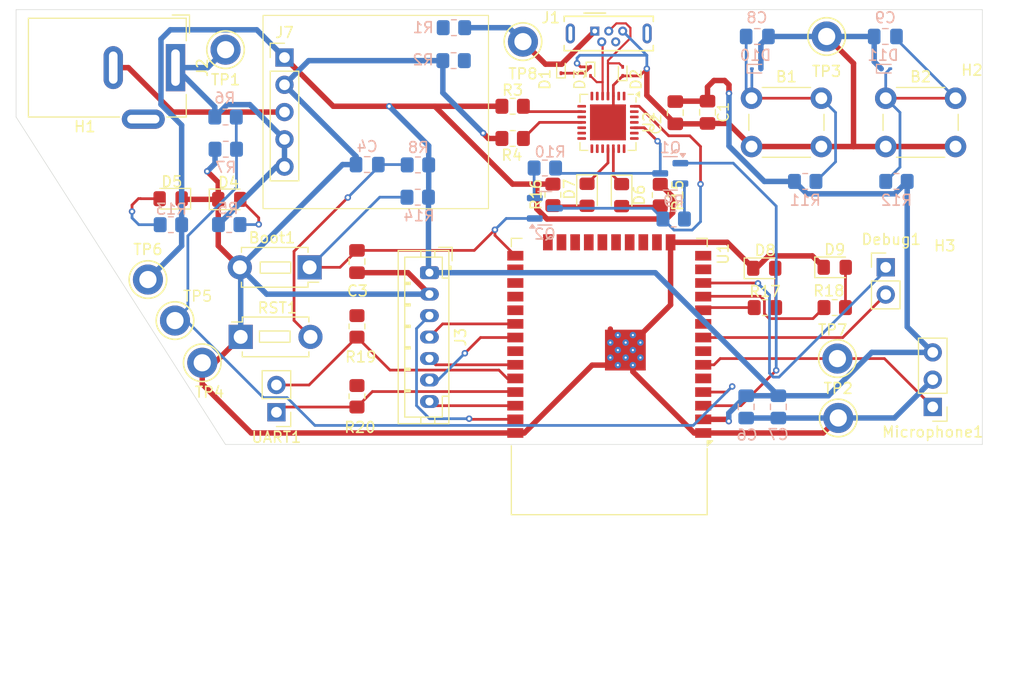
<source format=kicad_pcb>
(kicad_pcb (version 20240108) (generator "pcbnew") (generator_version "8.0")
  (layers (0 "F.Cu" signal) (31 "B.Cu" signal) (34 "B.Paste" user) (35 "F.Paste" user) (36 "B.SilkS" user "B.Silkscreen") (37 "F.SilkS" user "F.Silkscreen") (38 "B.Mask" user) (39 "F.Mask" user) (44 "Edge.Cuts" user))
  (net 0 "")
  (net 1 "+3.3V")
  (net 2 "GND")
  (net 3 "/IO0")
  (net 4 "/EN")
  (net 5 "/Button1")
  (net 6 "/Button2")
  (net 7 "V_BUS")
  (net 8 "/USB_DP")
  (net 9 "/USB_DN")
  (net 10 "Net-(D4-A)")
  (net 11 "Net-(D5-A)")
  (net 12 "Net-(D6-A)")
  (net 13 "/TXT")
  (net 14 "Net-(D7-A)")
  (net 15 "/RXT")
  (net 16 "Net-(D8-A)")
  (net 17 "Net-(D9-A)")
  (net 21 "Gnd_Bat")
  (net 22 "Vbat")
  (net 23 "/O_CLK")
  (net 24 "/O_DC")
  (net 25 "/O_RST")
  (net 26 "/O_DIN")
  (net 27 "/O_CS")
  (net 28 "/Mic_In")
  (net 29 "/TX")
  (net 30 "/RX")
  (net 31 "/Debug_4")
  (net 32 "/Debug_3")
  (net 33 "Net-(Q1-B)")
  (net 34 "/RTS")
  (net 35 "/DTR")
  (net 36 "Net-(Q2-B)")
  (net 37 "Net-(U2-VBUS)")
  (net 38 "Net-(U2-~{RST})")
  (net 39 "Net-(U2-~{SUSPEND})")
  (net 40 "BAT_ADC")
  (net 41 "/Debug_1")
  (net 42 "/Debug_2")
  (net 43 "Net-(U2-TXD)")
  (net 44 "Net-(U2-RXD)")
  (footprint "Resistor_SMD:R_0805_2012Metric_Pad1.20x1.40mm_HandSolder" (layer "F.Cu") (at 169.75 77.75)
    (property "Reference" "R17")
    (property "Value" "220")
  )
  (footprint "LED_SMD:LED_0805_2012Metric_Pad1.15x1.40mm_HandSolder" (layer "F.Cu") (at 114.395 67.61 180)
    (property "Reference" "D5")
    (property "Value" "Power LED")
  )
  (footprint "Diode_SMD:D_SOD-923" (layer "F.Cu") (at 156.5 55.75 90)
    (property "Reference" "D2")
    (property "Value" "ESD9B5.0ST5G")
  )
  (footprint "Connector_PinHeader_2.54mm:PinHeader_1x05_P2.54mm_Vertical" (layer "F.Cu") (at 125 54.46)
    (property "Reference" "J7")
    (property "Value" "D30V30F3")
  )
  (footprint "Button_Switch_THT:SW_PUSH_1P1T_6x3.5mm_H4.3_APEM_MJTP1243" (layer "F.Cu") (at 127.34 74 180)
    (property "Reference" "Boot1")
    (property "Value" "Boot Button")
  )
  (footprint "RF_Module:ESP32-WROOM-32D" (layer "F.Cu") (at 155.25 81.18 180)
    (property "Reference" "U1")
    (property "Value" "ESP32-WROOM-32E")
  )
  (footprint "LED_SMD:LED_0805_2012Metric_Pad1.15x1.40mm_HandSolder" (layer "F.Cu") (at 169.6825 74.09)
    (property "Reference" "D8")
    (property "Value" "RX_LED")
  )
  (footprint "Button_Switch_THT:SW_PUSH_6mm_H13mm" (layer "F.Cu") (at 181 58.25)
    (property "Reference" "B2")
    (property "Value" "Button 2")
  )
  (footprint "Package_DFN_QFN:QFN-28-1EP_5x5mm_P0.5mm_EP3.35x3.35mm" (layer "F.Cu") (at 155.13 60.5 -90)
    (property "Reference" "U2")
    (property "Value" "CP2102N-Axx-xQFN28")
  )
  (footprint "Resistor_SMD:R_0805_2012Metric_Pad1.20x1.40mm_HandSolder" (layer "F.Cu") (at 146.25 62)
    (property "Reference" "R4")
    (property "Value" "10k")
  )
  (footprint "Diode_SMD:D_SOD-923" (layer "F.Cu") (at 150.75 55.5 90)
    (property "Reference" "D1")
    (property "Value" "ESD9B5.0ST5G")
  )
  (footprint "Connector_BarrelJack:BarrelJack_Wuerth_6941xx301002" (layer "F.Cu") (at 114.85 55.4 -90)
    (property "Reference" "J2")
    (property "Value" "Barrel_Jack")
  )
  (footprint "Connector_PinHeader_2.54mm:PinHeader_1x03_P2.54mm_Vertical" (layer "F.Cu") (at 185.38 87.005 180)
    (property "Reference" "Microphone1")
    (property "Value" "Microphone Connector")
  )
  (footprint "Connector_PinHeader_2.54mm:PinHeader_1x02_P2.54mm_Vertical" (layer "F.Cu") (at 124.25 87.5 180)
    (property "Reference" "UART1")
    (property "Value" "UART_Conn")
  )
  (footprint "TestPoint:TestPoint_Keystone_5010-5014_Multipurpose" (layer "F.Cu") (at 117.34 82.89)
    (property "Reference" "TP4")
    (property "Value" "GND 3")
  )
  (footprint "LED_SMD:LED_0805_2012Metric_Pad1.15x1.40mm_HandSolder" (layer "F.Cu") (at 119.855 67.67)
    (property "Reference" "D4")
    (property "Value" "Battery LED")
  )
  (footprint "TestPoint:TestPoint_Keystone_5010-5014_Multipurpose" (layer "F.Cu") (at 176.5 82.5)
    (property "Reference" "TP7")
    (property "Value" "Mic")
  )
  (footprint "Resistor_SMD:R_0805_2012Metric_Pad1.20x1.40mm_HandSolder" (layer "F.Cu") (at 146.25 59 180)
    (property "Reference" "R3")
    (property "Value" "2k")
  )
  (footprint "Capacitor_SMD:C_0805_2012Metric_Pad1.18x1.45mm_HandSolder" (layer "F.Cu") (at 131.75 73.4625 90)
    (property "Reference" "C3")
    (property "Value" "0.1uF")
  )
  (footprint "TestPoint:TestPoint_Keystone_5010-5014_Multipurpose" (layer "F.Cu") (at 119.51 53.73)
    (property "Reference" "TP1")
    (property "Value" "Bat TestPoint")
  )
  (footprint "Connector_PinHeader_2.54mm:PinHeader_1x02_P2.54mm_Vertical" (layer "F.Cu") (at 181 74)
    (property "Reference" "Debug1")
    (property "Value" "Debug Conn")
  )
  (footprint "Capacitor_SMD:C_0805_2012Metric_Pad1.18x1.45mm_HandSolder" (layer "F.Cu") (at 161.4 59.6 -90)
    (property "Reference" "C2")
    (property "Value" "0.1uF")
  )
  (footprint "MountingHole:MountingHole_2.5mm" (layer "F.Cu") (at 186.5 53)
    (property "Reference" "H2")
    (property "Value" "MountingHole")
  )
  (footprint "Button_Switch_THT:SW_PUSH_6mm_H13mm" (layer "F.Cu") (at 168.5 58.25)
    (property "Reference" "B1")
    (property "Value" "Button 1")
  )
  (footprint "TestPoint:TestPoint_Keystone_5010-5014_Multipurpose" (layer "F.Cu") (at 147.21 52.98)
    (property "Reference" "TP8")
    (property "Value" "VUSB")
  )
  (footprint "Connector_JST:JST_PH_B7B-PH-K_1x07_P2.00mm_Vertical" (layer "F.Cu") (at 138.5 74.5 -90)
    (property "Reference" "J3")
    (property "Value" "OLED JST PH 7pin")
  )
  (footprint "Resistor_SMD:R_0805_2012Metric_Pad1.20x1.40mm_HandSolder" (layer "F.Cu") (at 160 67.27 -90)
    (property "Reference" "R15")
    (property "Value" "220")
  )
  (footprint "Button_Switch_THT:SW_PUSH_1P1T_6x3.5mm_H4.3_APEM_MJTP1243" (layer "F.Cu") (at 120.92 80.48)
    (property "Reference" "RST1")
    (property "Value" "RST Button")
  )
  (footprint "LED_SMD:LED_0805_2012Metric_Pad1.15x1.40mm_HandSolder" (layer "F.Cu") (at 153.18 67.245 -90)
    (property "Reference" "D7")
    (property "Value" "RX_LED")
  )
  (footprint "LED_SMD:LED_0805_2012Metric_Pad1.15x1.40mm_HandSolder" (layer "F.Cu") (at 176.25 74)
    (property "Reference" "D9")
    (property "Value" "RX_LED")
  )
  (footprint "TestPoint:TestPoint_Keystone_5010-5014_Multipurpose" (layer "F.Cu") (at 176.58 88.03)
    (property "Reference" "TP2")
    (property "Value" "GND 1")
  )
  (footprint "Resistor_SMD:R_0805_2012Metric_Pad1.20x1.40mm_HandSolder" (layer "F.Cu") (at 131.75 79.5 90)
    (property "Reference" "R19")
    (property "Value" "0")
  )
  (footprint "Resistor_SMD:R_0805_2012Metric_Pad1.20x1.40mm_HandSolder" (layer "F.Cu") (at 150 67.25 -90)
    (property "Reference" "R16")
    (property "Value" "220")
  )
  (footprint "Diode_SMD:D_SOD-923" (layer "F.Cu") (at 153.5 55.75 -90)
    (property "Reference" "D3")
    (property "Value" "ESD9B5.0ST5G")
  )
  (footprint "TestPoint:TestPoint_Keystone_5010-5014_Multipurpose" (layer "F.Cu") (at 114.8 78.96)
    (property "Reference" "TP5")
    (property "Value" "ADC")
  )
  (footprint "LED_SMD:LED_0805_2012Metric_Pad1.15x1.40mm_HandSolder" (layer "F.Cu") (at 156.4 67.275 -90)
    (property "Reference" "D6")
    (property "Value" "TX_LED")
  )
  (footprint "Resistor_SMD:R_0805_2012Metric_Pad1.20x1.40mm_HandSolder" (layer "F.Cu") (at 131.75 86.0125 90)
    (property "Reference" "R20")
    (property "Value" "0")
  )
  (footprint "Capacitor_SMD:C_0805_2012Metric_Pad1.18x1.45mm_HandSolder" (layer "F.Cu") (at 164.4 59.5625 -90)
    (property "Reference" "C1")
    (property "Value" "10uF")
  )
  (footprint "TestPoint:TestPoint_Keystone_5010-5014_Multipurpose" (layer "F.Cu") (at 175.5 52.5)
    (property "Reference" "TP3")
    (property "Value" "GND 2")
  )
  (footprint "Resistor_SMD:R_0805_2012Metric_Pad1.20x1.40mm_HandSolder" (layer "F.Cu") (at 176.25 77.75)
    (property "Reference" "R18")
    (property "Value" "220")
  )
  (footprint "MountingHole:MountingHole_2.5mm" (layer "F.Cu") (at 186.5 75.5)
    (property "Reference" "H3")
    (property "Value" "MountingHole")
  )
  (footprint "MountingHole:MountingHole_2.5mm" (layer "F.Cu") (at 106.4 64.4)
    (property "Reference" "H1")
    (property "Value" "MountingHole")
  )
  (footprint "Connector_USB:USB_Micro-B_Wuerth_614105150721_Vertical" (layer "F.Cu") (at 153.9 52)
    (property "Reference" "J1")
    (property "Value" "USB_B_Micro")
  )
  (footprint "TestPoint:TestPoint_Keystone_5010-5014_Multipurpose" (layer "F.Cu") (at 112.28 75.14)
    (property "Reference" "TP6")
    (property "Value" "Power")
  )
  (footprint "Package_TO_SOT_SMD:SOT-23" (layer "B.Cu") (at 160.9375 65.25 180)
    (property "Reference" "Q1")
    (property "Value" "SS8050-G")
  )
  (footprint "Capacitor_SMD:C_0805_2012Metric_Pad1.18x1.45mm_HandSolder" (layer "B.Cu") (at 171 87 -90)
    (property "Reference" "C7")
    (property "Value" "22uF")
  )
  (footprint "Package_TO_SOT_SMD:SOT-23" (layer "B.Cu") (at 149.25 68.5)
    (property "Reference" "Q2")
    (property "Value" "SS8050-G")
  )
  (footprint "Resistor_SMD:R_0805_2012Metric_Pad1.20x1.40mm_HandSolder" (layer "B.Cu") (at 119.53 63 180)
    (property "Reference" "R7")
    (property "Value" "3M")
  )
  (footprint "Diode_SMD:D_SOD-923" (layer "B.Cu") (at 181 55.5)
    (property "Reference" "D11")
    (property "Value" "ESD9B5.0ST5G")
  )
  (footprint "Resistor_SMD:R_0805_2012Metric_Pad1.20x1.40mm_HandSolder" (layer "B.Cu") (at 137.43 64.46)
    (property "Reference" "R8")
    (property "Value" "10k")
  )
  (footprint "Capacitor_SMD:C_0805_2012Metric_Pad1.18x1.45mm_HandSolder" (layer "B.Cu") (at 180.9625 52.5 180)
    (property "Reference" "C9")
    (property "Value" "0.1uF")
  )
  (footprint "Capacitor_SMD:C_0805_2012Metric_Pad1.18x1.45mm_HandSolder" (layer "B.Cu") (at 169.0375 52.5)
    (property "Reference" "C8")
    (property "Value" "0.1uF")
  )
  (footprint "Resistor_SMD:R_0805_2012Metric_Pad1.20x1.40mm_HandSolder" (layer "B.Cu") (at 161.25 69.5 180)
    (property "Reference" "R9")
    (property "Value" "10k")
  )
  (footprint "Resistor_SMD:R_0805_2012Metric_Pad1.20x1.40mm_HandSolder" (layer "B.Cu") (at 140.78 51.68)
    (property "Reference" "R1")
    (property "Value" "22.1K")
  )
  (footprint "Resistor_SMD:R_0805_2012Metric_Pad1.20x1.40mm_HandSolder" (layer "B.Cu") (at 149.25 64.75)
    (property "Reference" "R10")
    (property "Value" "10k")
  )
  (footprint "Resistor_SMD:R_0805_2012Metric_Pad1.20x1.40mm_HandSolder" (layer "B.Cu") (at 137.41 67.47)
    (property "Reference" "R14")
    (property "Value" "10k")
  )
  (footprint "Resistor_SMD:R_0805_2012Metric_Pad1.20x1.40mm_HandSolder" (layer "B.Cu") (at 119.85 70.02)
    (property "Reference" "R5")
    (property "Value" "2k")
  )
  (footprint "Resistor_SMD:R_0805_2012Metric_Pad1.20x1.40mm_HandSolder" (layer "B.Cu") (at 119.51 60)
    (property "Reference" "R6")
    (property "Value" "6M")
  )
  (footprint "Resistor_SMD:R_0805_2012Metric_Pad1.20x1.40mm_HandSolder" (layer "B.Cu") (at 173.5 66)
    (property "Reference" "R11")
    (property "Value" "10k")
  )
  (footprint "Resistor_SMD:R_0805_2012Metric_Pad1.20x1.40mm_HandSolder" (layer "B.Cu") (at 140.75 54.75 180)
    (property "Reference" "R2")
    (property "Value" "47.5k")
  )
  (footprint "Capacitor_SMD:C_0805_2012Metric_Pad1.18x1.45mm_HandSolder" (layer "B.Cu") (at 132.7025 64.43 180)
    (property "Reference" "C4")
    (property "Value" "0.1uF")
  )
  (footprint "Diode_SMD:D_SOD-923" (layer "B.Cu") (at 168.95 55.5)
    (property "Reference" "D10")
    (property "Value" "ESD9B5.0ST5G")
  )
  (footprint "Resistor_SMD:R_0805_2012Metric_Pad1.20x1.40mm_HandSolder" (layer "B.Cu") (at 182 66 180)
    (property "Reference" "R12")
    (property "Value" "10k")
  )
  (footprint "Resistor_SMD:R_0805_2012Metric_Pad1.20x1.40mm_HandSolder" (layer "B.Cu") (at 114.42 70.03 180)
    (property "Reference" "R13")
    (property "Value" "220")
  )
  (footprint "Capacitor_SMD:C_0805_2012Metric_Pad1.18x1.45mm_HandSolder" (layer "B.Cu") (at 168 87 -90)
    (property "Reference" "C6")
    (property "Value" "0.1uF")
  )
  (gr_rect (start 123 50.535) (end 144 68.535) (stroke (width 0.1)) (fill none) (layer "F.SilkS"))
  (gr_line (start 190 90.5) (end 119.5 90.5) (stroke (width 0.05)) (layer "Edge.Cuts"))
  (gr_line (start 190 50) (end 190 90.5) (stroke (width 0.05)) (layer "Edge.Cuts"))
  (gr_line (start 100 60) (end 119.5 90.5) (stroke (width 0.05)) (layer "Edge.Cuts"))
  (gr_line (start 100 50) (end 190 50) (stroke (width 0.05)) (layer "Edge.Cuts"))
  (gr_line (start 100 50) (end 100 60) (stroke (width 0.05)) (layer "Edge.Cuts"))
  (segment (start 161.154 67.424) (end 161.154 68.918534) (width 0.508) (layer "F.Cu") (net 1))
  (segment (start 148.5 68.552534) (end 148.5 66.25) (width 0.508) (layer "F.Cu") (net 1))
  (segment (start 161.4375 58.525) (end 161.4 58.5625) (width 0.508) (layer "F.Cu") (net 1))
  (segment (start 164.4 57.2) (end 165 56.6) (width 0.508) (layer "F.Cu") (net 1))
  (segment (start 148.5 66.25) (end 150 66.25) (width 0.508) (layer "F.Cu") (net 1))
  (segment (start 139 59) (end 146.25 66.25) (width 0.508) (layer "F.Cu") (net 1))
  (segment (start 160 66.27) (end 161.154 67.424) (width 0.508) (layer "F.Cu") (net 1))
  (segment (start 146.25 66.25) (end 148.5 66.25) (width 0.508) (layer "F.Cu") (net 1))
  (segment (start 164 88.16) (end 166.21 88.16) (width 0.508) (layer "F.Cu") (net 1))
  (segment (start 129.54 59) (end 125 54.46) (width 0.508) (layer "F.Cu") (net 1))
  (segment (start 164.4 58.525) (end 161.4375 58.525) (width 0.508) (layer "F.Cu") (net 1))
  (segment (start 160.572534 69.5) (end 149.447466 69.5) (width 0.508) (layer "F.Cu") (net 1))
  (segment (start 139 59) (end 129.54 59) (width 0.508) (layer "F.Cu") (net 1))
  (segment (start 149.447466 69.5) (end 148.5 68.552534) (width 0.508) (layer "F.Cu") (net 1))
  (segment (start 145.25 59) (end 139 59) (width 0.508) (layer "F.Cu") (net 1))
  (segment (start 165 56.6) (end 166 56.6) (width 0.508) (layer "F.Cu") (net 1))
  (segment (start 164.4 58.525) (end 164.4 57.2) (width 0.508) (layer "F.Cu") (net 1))
  (segment (start 161.154 68.918534) (end 160.572534 69.5) (width 0.508) (layer "F.Cu") (net 1))
  (segment (start 166.21 88.16) (end 166.38 88.33) (width 0.508) (layer "F.Cu") (net 1))
  (segment (start 166.4 57) (end 166.4 57.8) (width 0.508) (layer "F.Cu") (net 1))
  (segment (start 166 56.6) (end 166.4 57) (width 0.508) (layer "F.Cu") (net 1))
  (via (at 134.75 59) (size 0.6) (drill 0.3) (layers "F.Cu" "B.Cu") (net 1))
  (via (at 166.4 57.8) (size 0.6) (drill 0.3) (layers "F.Cu" "B.Cu") (net 1))
  (via (at 166.38 88.33) (size 0.6) (drill 0.3) (layers "F.Cu" "B.Cu") (net 1))
  (segment (start 115.42 60.755155) (end 113.496 58.831155) (width 0.508) (layer "B.Cu") (net 1))
  (segment (start 183 79.545) (end 185.38 81.925) (width 0.508) (layer "B.Cu") (net 1))
  (segment (start 173.654 67.154) (end 181.846 67.154) (width 0.508) (layer "B.Cu") (net 1))
  (segment (start 138.5 67.56) (end 138.41 67.47) (width 0.508) (layer "B.Cu") (net 1))
  (segment (start 159.5375 74.5) (end 138.5 74.5) (width 0.508) (layer "B.Cu") (net 1))
  (segment (start 183 66) (end 183 79.545) (width 0.508) (layer "B.Cu") (net 1))
  (segment (start 114.366 51.876) (end 122.416 51.876) (width 0.508) (layer "B.Cu") (net 1))
  (segment (start 134.75 59) (end 138.43 62.68) (width 0.508) (layer "B.Cu") (net 1))
  (segment (start 166.38 87.5825) (end 166.38 88.33) (width 0.508) (layer "B.Cu") (net 1))
  (segment (start 172.5 66) (end 169.693733 66) (width 0.508) (layer "B.Cu") (net 1))
  (segment (start 138.41 74.41) (end 138.5 74.5) (width 0.508) (layer "B.Cu") (net 1))
  (segment (start 138.43 62.68) (end 138.43 64.46) (width 0.508) (layer "B.Cu") (net 1))
  (segment (start 171 85.9625) (end 175.659452 85.9625) (width 0.508) (layer "B.Cu") (net 1))
  (segment (start 171 85.9625) (end 159.5375 74.5) (width 0.508) (layer "B.Cu") (net 1))
  (segment (start 115.42 70.03) (end 115.42 60.755155) (width 0.508) (layer "B.Cu") (net 1))
  (segment (start 172.5 66) (end 173.654 67.154) (width 0.508) (layer "B.Cu") (net 1))
  (segment (start 138.41 67.47) (end 138.41 74.41) (width 0.508) (layer "B.Cu") (net 1))
  (segment (start 166.4 62.706267) (end 169.693733 66) (width 0.508) (layer "B.Cu") (net 1))
  (segment (start 122.416 51.876) (end 125 54.46) (width 0.508) (layer "B.Cu") (net 1))
  (segment (start 166.4 57.8) (end 166.4 62.706267) (width 0.508) (layer "B.Cu") (net 1))
  (segment (start 113.496 52.746) (end 114.366 51.876) (width 0.508) (layer "B.Cu") (net 1))
  (segment (start 181.846 67.154) (end 183 66) (width 0.508) (layer "B.Cu") (net 1))
  (segment (start 138.43 67.45) (end 138.41 67.47) (width 0.508) (layer "B.Cu") (net 1))
  (segment (start 115.42 72) (end 115.42 70.03) (width 0.508) (layer "B.Cu") (net 1))
  (segment (start 138.43 64.46) (end 138.43 67.45) (width 0.508) (layer "B.Cu") (net 1))
  (segment (start 175.659452 85.9625) (end 179.696952 81.925) (width 0.508) (layer "B.Cu") (net 1))
  (segment (start 112.28 75.14) (end 115.42 72) (width 0.508) (layer "B.Cu") (net 1))
  (segment (start 168 85.9625) (end 166.38 87.5825) (width 0.508) (layer "B.Cu") (net 1))
  (segment (start 113.496 58.831155) (end 113.496 52.746) (width 0.508) (layer "B.Cu") (net 1))
  (segment (start 171 85.9625) (end 168 85.9625) (width 0.508) (layer "B.Cu") (net 1))
  (segment (start 179.696952 81.925) (end 185.38 81.925) (width 0.508) (layer "B.Cu") (net 1))
  (segment (start 181 62.75) (end 187.5 62.75) (width 0.508) (layer "F.Cu") (net 2))
  (segment (start 175.18 89.43) (end 176.58 88.03) (width 0.508) (layer "F.Cu") (net 2))
  (segment (start 164 89.43) (end 163.162 89.43) (width 0.508) (layer "F.Cu") (net 2))
  (segment (start 117.34 82.89) (end 118.51 82.89) (width 0.508) (layer "F.Cu") (net 2))
  (segment (start 174.161 72.936) (end 175.225 74) (width 0.508) (layer "F.Cu") (net 2))
  (segment (start 121.900102 89.43) (end 117.34 84.869898) (width 0.508) (layer "F.Cu") (net 2))
  (segment (start 156.5 56.17) (end 158.08 56.17) (width 0.254) (layer "F.Cu") (net 2))
  (segment (start 178 62.75) (end 181 62.75) (width 0.508) (layer "F.Cu") (net 2))
  (segment (start 158.75 57.9875) (end 158.75 55.5) (width 0.508) (layer "F.Cu") (net 2))
  (segment (start 175 62.75) (end 178 62.75) (width 0.508) (layer "F.Cu") (net 2))
  (segment (start 164.4 60.6) (end 166.35 60.6) (width 0.508) (layer "F.Cu") (net 2))
  (segment (start 155.63 57.04) (end 156.5 56.17) (width 0.254) (layer "F.Cu") (net 2))
  (segment (start 168.929966 74.09) (end 170.083966 72.936) (width 0.508) (layer "F.Cu") (net 2))
  (segment (start 161.4 60.6375) (end 158.75 57.9875) (width 0.508) (layer "F.Cu") (net 2))
  (segment (start 144 62) (end 143.5 61.5) (width 0.508) (layer "F.Cu") (net 2))
  (segment (start 152.91 55.92) (end 153.5 55.33) (width 0.254) (layer "F.Cu") (net 2))
  (segment (start 178 62.75) (end 178 55) (width 0.508) (layer "F.Cu") (net 2))
  (segment (start 118.83 67.67) (end 115.48 67.67) (width 0.508) (layer "F.Cu") (net 2))
  (segment (start 153.658 83.11) (end 155.35 83.11) (width 0.508) (layer "F.Cu") (net 2))
  (segment (start 168.6575 74.09) (end 166.2375 71.67) (width 0.508) (layer "F.Cu") (net 2))
  (segment (start 118.83 67.67) (end 118.83 71.99) (width 0.508) (layer "F.Cu") (net 2))
  (segment (start 157.45 83.718) (end 157.45 83.11) (width 0.508) (layer "F.Cu") (net 2))
  (segment (start 156.75 81.71) (end 160.96 77.5) (width 0.508) (layer "F.Cu") (net 2))
  (segment (start 118.83 67.67) (end 118.83 66.09) (width 0.508) (layer "F.Cu") (net 2))
  (segment (start 150.75 55.92) (end 152.91 55.92) (width 0.254) (layer "F.Cu") (net 2))
  (segment (start 118.51 82.89) (end 120.92 80.48) (width 0.508) (layer "F.Cu") (net 2))
  (segment (start 131.75 74.5) (end 136.5 74.5) (width 0.508) (layer "F.Cu") (net 2))
  (segment (start 146.5 89.43) (end 147.338 89.43) (width 0.508) (layer "F.Cu") (net 2))
  (segment (start 166.35 60.6) (end 168.5 62.75) (width 0.508) (layer "F.Cu") (net 2))
  (segment (start 166.2375 71.67) (end 160.96 71.67) (width 0.508) (layer "F.Cu") (net 2))
  (segment (start 178 55) (end 175.5 52.5) (width 0.508) (layer "F.Cu") (net 2))
  (segment (start 168.6575 74.09) (end 168.929966 74.09) (width 0.508) (layer "F.Cu") (net 2))
  (segment (start 117.34 84.869898) (end 117.34 82.89) (width 0.508) (layer "F.Cu") (net 2))
  (segment (start 168.5 62.75) (end 175 62.75) (width 0.508) (layer "F.Cu") (net 2))
  (segment (start 147.338 89.43) (end 153.658 83.11) (width 0.508) (layer "F.Cu") (net 2))
  (segment (start 158.08 56.17) (end 158.75 55.5) (width 0.254) (layer "F.Cu") (net 2))
  (segment (start 160.96 77.5) (end 160.96 71.67) (width 0.508) (layer "F.Cu") (net 2))
  (segment (start 115.48 67.67) (end 115.42 67.61) (width 0.508) (layer "F.Cu") (net 2))
  (segment (start 152.58 55.33) (end 152.25 55) (width 0.254) (layer "F.Cu") (net 2))
  (segment (start 170.083966 72.936) (end 174.161 72.936) (width 0.508) (layer "F.Cu") (net 2))
  (segment (start 155.63 58.05) (end 155.63 57.04) (width 0.254) (layer "F.Cu") (net 2))
  (segment (start 118.83 66.09) (end 117.8 65.06) (width 0.508) (layer "F.Cu") (net 2))
  (segment (start 145.25 62) (end 144 62) (width 0.508) (layer "F.Cu") (net 2))
  (segment (start 153.5 55.33) (end 152.58 55.33) (width 0.254) (layer "F.Cu") (net 2))
  (segment (start 164.3625 60.6375) (end 164.4 60.6) (width 0.508) (layer "F.Cu") (net 2))
  (segment (start 155.63 58.05) (end 155.63 60) (width 0.254) (layer "F.Cu") (net 2))
  (segment (start 161.4 60.6375) (end 164.3625 60.6375) (width 0.508) (layer "F.Cu") (net 2))
  (segment (start 164 89.43) (end 175.18 89.43) (width 0.508) (layer "F.Cu") (net 2))
  (segment (start 118.83 71.99) (end 120.84 74) (width 0.508) (layer "F.Cu") (net 2))
  (segment (start 136.5 74.5) (end 138.5 76.5) (width 0.508) (layer "F.Cu") (net 2))
  (segment (start 163.162 89.43) (end 157.45 83.718) (width 0.508) (layer "F.Cu") (net 2))
  (segment (start 146.5 89.43) (end 121.900102 89.43) (width 0.508) (layer "F.Cu") (net 2))
  (segment (start 155.35 79.75) (end 155.35 81.71) (width 0.508) (layer "F.Cu") (net 2))
  (segment (start 155.63 60) (end 155.13 60.5) (width 0.254) (layer "F.Cu") (net 2))
  (via (at 158.75 55.5) (size 0.6) (drill 0.3) (layers "F.Cu" "B.Cu") (net 2))
  (via (at 143.5 61.5) (size 0.6) (drill 0.3) (layers "F.Cu" "B.Cu") (net 2))
  (via (at 117.8 65.06) (size 0.6) (drill 0.3) (layers "F.Cu" "B.Cu") (net 2))
  (via (at 152.25 55) (size 0.6) (drill 0.3) (layers "F.Cu" "B.Cu") (net 2))
  (segment (start 168 88.0375) (end 171 88.0375) (width 0.508) (layer "B.Cu") (net 2))
  (segment (start 158.75 55.5) (end 158.75 54.25) (width 0.254) (layer "B.Cu") (net 2))
  (segment (start 125 57) (end 127.25 54.75) (width 0.508) (layer "B.Cu") (net 2))
  (segment (start 179.925 52.5) (end 179.925 54.845) (width 0.508) (layer "B.Cu") (net 2))
  (segment (start 175.5 52.5) (end 170.075 52.5) (width 0.508) (layer "B.Cu") (net 2))
  (segment (start 171 88.0375) (end 176.5725 88.0375) (width 0.508) (layer "B.Cu") (net 2))
  (segment (start 152.25 54.5) (end 152.5 54.25) (width 0.254) (layer "B.Cu") (net 2))
  (segment (start 139.75 57.75) (end 143.5 61.5) (width 0.508) (layer "B.Cu") (net 2))
  (segment (start 123.34 76.5) (end 138.5 76.5) (width 0.508) (layer "B.Cu") (net 2))
  (segment (start 131.665 64.43) (end 130.41 64.43) (width 0.508) (layer "B.Cu") (net 2))
  (segment (start 158.75 54.25) (end 156.5 52) (width 0.254) (layer "B.Cu") (net 2))
  (segment (start 125 57) (end 131.665 63.665) (width 0.508) (layer "B.Cu") (net 2))
  (segment (start 127.25 54.75) (end 139.75 54.75) (width 0.508) (layer "B.Cu") (net 2))
  (segment (start 169.37 53.205) (end 170.075 52.5) (width 0.508) (layer "B.Cu") (net 2))
  (segment (start 169.37 55.5) (end 169.37 53.205) (width 0.508) (layer "B.Cu") (net 2))
  (segment (start 117.34 82.89) (end 118.51 82.89) (width 0.508) (layer "B.Cu") (net 2))
  (segment (start 118.53 63) (end 118.53 64.33) (width 0.508) (layer "B.Cu") (net 2))
  (segment (start 120.92 74.08) (end 120.84 74) (width 0.508) (layer "B.Cu") (net 2))
  (segment (start 175.5 52.5) (end 179.925 52.5) (width 0.508) (layer "B.Cu") (net 2))
  (segment (start 131.665 63.665) (end 131.665 64.43) (width 0.508) (layer "B.Cu") (net 2))
  (segment (start 176.58 88.03) (end 181.815 88.03) (width 0.508) (layer "B.Cu") (net 2))
  (segment (start 179.925 54.845) (end 180.58 55.5) (width 0.508) (layer "B.Cu") (net 2))
  (segment (start 120.92 80.48) (end 120.92 74.08) (width 0.508) (layer "B.Cu") (net 2))
  (segment (start 120.84 74) (end 123.34 76.5) (width 0.508) (layer "B.Cu") (net 2))
  (segment (start 176.5725 88.0375) (end 176.58 88.03) (width 0.508) (layer "B.Cu") (net 2))
  (segment (start 130.41 64.43) (end 120.84 74) (width 0.508) (layer "B.Cu") (net 2))
  (segment (start 118.53 64.33) (end 117.8 65.06) (width 0.508) (layer "B.Cu") (net 2))
  (segment (start 139.75 54.75) (end 139.75 57.75) (width 0.508) (layer "B.Cu") (net 2))
  (segment (start 181.815 88.03) (end 185.38 84.465) (width 0.508) (layer "B.Cu") (net 2))
  (segment (start 152.5 54.25) (end 158.75 54.25) (width 0.254) (layer "B.Cu") (net 2))
  (segment (start 152.25 55) (end 152.25 54.5) (width 0.254) (layer "B.Cu") (net 2))
  (segment (start 142.675 72.425) (end 144.6 70.5) (width 0.254) (layer "F.Cu") (net 3))
  (segment (start 127.34 74) (end 130.175 74) (width 0.254) (layer "F.Cu") (net 3))
  (segment (start 130.175 74) (end 131.75 72.425) (width 0.254) (layer "F.Cu") (net 3))
  (segment (start 144.6 71.02) (end 144.6 70.5) (width 0.254) (layer "F.Cu") (net 3))
  (segment (start 131.75 72.425) (end 142.675 72.425) (width 0.254) (layer "F.Cu") (net 3))
  (segment (start 146.5 72.92) (end 144.6 71.02) (width 0.254) (layer "F.Cu") (net 3))
  (via (at 144.6 70.5) (size 0.6) (drill 0.3) (layers "F.Cu" "B.Cu") (net 3))
  (segment (start 145.65 69.45) (end 148.3125 69.45) (width 0.254) (layer "B.Cu") (net 3))
  (segment (start 136.41 67.47) (end 133.87 67.47) (width 0.254) (layer "B.Cu") (net 3))
  (segment (start 144.6 70.5) (end 145.65 69.45) (width 0.254) (layer "B.Cu") (net 3))
  (segment (start 133.87 67.47) (end 127.34 74) (width 0.254) (layer "B.Cu") (net 3))
  (segment (start 170.8 83.6) (end 167.51 86.89) (width 0.254) (layer "F.Cu") (net 4))
  (segment (start 127.42 80.48) (end 125.888 78.948) (width 0.254) (layer "F.Cu") (net 4))
  (segment (start 167.51 86.89) (end 164 86.89) (width 0.254) (layer "F.Cu") (net 4))
  (segment (start 125.888 72.512) (end 130.9 67.5) (width 0.254) (layer "F.Cu") (net 4))
  (segment (start 125.888 78.948) (end 125.888 72.512) (width 0.254) (layer "F.Cu") (net 4))
  (via (at 170.8 83.6) (size 0.6) (drill 0.3) (layers "F.Cu" "B.Cu") (net 4))
  (via (at 130.9 67.5) (size 0.6) (drill 0.3) (layers "F.Cu" "B.Cu") (net 4))
  (segment (start 136.4 64.43) (end 136.43 64.46) (width 0.254) (layer "B.Cu") (net 4))
  (segment (start 166.8 64.3) (end 170.8 68.3) (width 0.254) (layer "B.Cu") (net 4))
  (segment (start 161.875 64.3) (end 166.8 64.3) (width 0.254) (layer "B.Cu") (net 4))
  (segment (start 133.74 64.43) (end 136.4 64.43) (width 0.254) (layer "B.Cu") (net 4))
  (segment (start 170.8 68.3) (end 170.8 83.6) (width 0.254) (layer "B.Cu") (net 4))
  (segment (start 133.74 64.66) (end 133.74 64.43) (width 0.254) (layer "B.Cu") (net 4))
  (segment (start 130.9 67.5) (end 133.74 64.66) (width 0.254) (layer "B.Cu") (net 4))
  (segment (start 168.5 58.25) (end 175 58.25) (width 0.254) (layer "F.Cu") (net 5))
  (segment (start 168 52.5) (end 168 57.75) (width 0.254) (layer "B.Cu") (net 5))
  (segment (start 174.5 66) (end 176.327 64.173) (width 0.254) (layer "B.Cu") (net 5))
  (segment (start 168 57.75) (end 168.5 58.25) (width 0.254) (layer "B.Cu") (net 5))
  (segment (start 176.327 59.577) (end 175 58.25) (width 0.254) (layer "B.Cu") (net 5))
  (segment (start 176.327 64.173) (end 176.327 59.577) (width 0.254) (layer "B.Cu") (net 5))
  (segment (start 168.53 58.22) (end 168.5 58.25) (width 0.254) (layer "B.Cu") (net 5))
  (segment (start 168.53 55.5) (end 168.53 58.22) (width 0.254) (layer "B.Cu") (net 5))
  (segment (start 181 58.25) (end 187.5 58.25) (width 0.254) (layer "F.Cu") (net 6))
  (segment (start 181.42 55.5) (end 181 55.92) (width 0.254) (layer "B.Cu") (net 6))
  (segment (start 182 52.5) (end 182 52.75) (width 0.254) (layer "B.Cu") (net 6))
  (segment (start 181 55.92) (end 181 58.25) (width 0.254) (layer "B.Cu") (net 6))
  (segment (start 182.327 64.673) (end 182.327 59.577) (width 0.254) (layer "B.Cu") (net 6))
  (segment (start 182 52.75) (end 187.5 58.25) (width 0.254) (layer "B.Cu") (net 6))
  (segment (start 182.327 59.577) (end 181 58.25) (width 0.254) (layer "B.Cu") (net 6))
  (segment (start 181 66) (end 182.327 64.673) (width 0.254) (layer "B.Cu") (net 6))
  (segment (start 150.75 55.08) (end 149.31 55.08) (width 0.508) (layer "F.Cu") (net 7))
  (segment (start 150.82 55.08) (end 153.9 52) (width 0.508) (layer "F.Cu") (net 7))
  (segment (start 149.31 55.08) (end 147.21 52.98) (width 0.508) (layer "F.Cu") (net 7))
  (segment (start 150.75 55.08) (end 150.82 55.08) (width 0.508) (layer "F.Cu") (net 7))
  (segment (start 145.91 51.68) (end 147.21 52.98) (width 0.508) (layer "B.Cu") (net 7))
  (segment (start 147.21 52.98) (end 147.889 53.659) (width 0.508) (layer "B.Cu") (net 7))
  (segment (start 141.78 51.68) (end 145.91 51.68) (width 0.508) (layer "B.Cu") (net 7))
  (segment (start 157.22 52.648234) (end 157.22 51.701766) (width 0.2) (layer "F.Cu") (net 8))
  (segment (start 155.13 54.738234) (end 157.22 52.648234) (width 0.2) (layer "F.Cu") (net 8))
  (segment (start 156.5 55.33) (end 156.17 55) (width 0.2) (layer "F.Cu") (net 8))
  (segment (start 155.13 58.05) (end 155.13 56.25) (width 0.2) (layer "F.Cu") (net 8))
  (segment (start 157.22 51.701766) (end 156.798234 51.28) (width 0.2) (layer "F.Cu") (net 8))
  (segment (start 156.798234 51.28) (end 155.92 51.28) (width 0.2) (layer "F.Cu") (net 8))
  (segment (start 155.92 51.28) (end 155.2 52) (width 0.2) (layer "F.Cu") (net 8))
  (segment (start 155.13 55) (end 155.13 54.738234) (width 0.2) (layer "F.Cu") (net 8))
  (segment (start 155.13 56.25) (end 155.13 55) (width 0.2) (layer "F.Cu") (net 8))
  (segment (start 156.17 55) (end 155.13 55) (width 0.2) (layer "F.Cu") (net 8))
  (segment (start 154.63 58.05) (end 154.63 56.75) (width 0.2) (layer "F.Cu") (net 9))
  (segment (start 153.5 56.17) (end 154.08 56.75) (width 0.2) (layer "F.Cu") (net 9))
  (segment (start 154.63 56.75) (end 154.63 53.08) (width 0.2) (layer "F.Cu") (net 9))
  (segment (start 154.63 53.08) (end 154.55 53) (width 0.2) (layer "F.Cu") (net 9))
  (segment (start 154.08 56.75) (end 154.63 56.75) (width 0.2) (layer "F.Cu") (net 9))
  (segment (start 120.88 67.67) (end 122.6 69.39) (width 0.254) (layer "F.Cu") (net 10))
  (segment (start 122.6 69.39) (end 122.6 70) (width 0.254) (layer "F.Cu") (net 10))
  (via (at 122.6 70) (size 0.6) (drill 0.3) (layers "F.Cu" "B.Cu") (net 10))
  (segment (start 120.85 70.02) (end 122.58 70.02) (width 0.254) (layer "B.Cu") (net 10))
  (segment (start 122.58 70.02) (end 122.6 70) (width 0.254) (layer "B.Cu") (net 10))
  (segment (start 113.37 67.61) (end 111.61 67.61) (width 0.254) (layer "F.Cu") (net 11))
  (segment (start 111.6 67.6) (end 111.4 67.6) (width 0.254) (layer "F.Cu") (net 11))
  (segment (start 111.4 67.6) (end 110.8 68.2) (width 0.254) (layer "F.Cu") (net 11))
  (segment (start 110.8 68.2) (end 110.8 68.8) (width 0.254) (layer "F.Cu") (net 11))
  (segment (start 111.61 67.61) (end 111.6 67.6) (width 0.254) (layer "F.Cu") (net 11))
  (via (at 110.8 68.8) (size 0.6) (drill 0.3) (layers "F.Cu" "B.Cu") (net 11))
  (segment (start 113.42 70.03) (end 111.43 70.03) (width 0.254) (layer "B.Cu") (net 11))
  (segment (start 111.43 70.03) (end 110.8 69.4) (width 0.254) (layer "B.Cu") (net 11))
  (segment (start 110.8 69.4) (end 110.8 68.8) (width 0.254) (layer "B.Cu") (net 11))
  (segment (start 156.4 68.3) (end 159.97 68.3) (width 0.254) (layer "F.Cu") (net 12))
  (segment (start 159.97 68.3) (end 160 68.27) (width 0.254) (layer "F.Cu") (net 12))
  (segment (start 155.63 65.48) (end 155.63 62.95) (width 0.254) (layer "F.Cu") (net 13))
  (segment (start 156.4 66.25) (end 155.63 65.48) (width 0.254) (layer "F.Cu") (net 13))
  (segment (start 150.02 68.27) (end 150 68.25) (width 0.254) (layer "F.Cu") (net 14))
  (segment (start 153.18 68.27) (end 150.02 68.27) (width 0.254) (layer "F.Cu") (net 14))
  (segment (start 155.13 64.27) (end 155.13 62.95) (width 0.254) (layer "F.Cu") (net 15))
  (segment (start 153.18 66.22) (end 155.13 64.27) (width 0.254) (layer "F.Cu") (net 15))
  (segment (start 170.75 77.75) (end 170.75 74.1325) (width 0.254) (layer "F.Cu") (net 16))
  (segment (start 170.75 74.1325) (end 170.7075 74.09) (width 0.254) (layer "F.Cu") (net 16))
  (segment (start 177.25 74.025) (end 177.275 74) (width 0.254) (layer "F.Cu") (net 17))
  (segment (start 177.25 77.75) (end 177.25 74.025) (width 0.254) (layer "F.Cu") (net 17))
  (segment (start 114.598 59.54) (end 125 59.54) (width 0.508) (layer "F.Cu") (net 21))
  (segment (start 109.05 55.4) (end 110.458 55.4) (width 0.508) (layer "F.Cu") (net 21))
  (segment (start 110.458 55.4) (end 114.598 59.54) (width 0.508) (layer "F.Cu") (net 21))
  (segment (start 121.766 58.846) (end 125 62.08) (width 0.508) (layer "B.Cu") (net 22))
  (segment (start 118.51 59.06) (end 118.51 60) (width 0.508) (layer "B.Cu") (net 22))
  (segment (start 124.25 64.62) (end 125 64.62) (width 0.508) (layer "B.Cu") (net 22))
  (segment (start 125 64.62) (end 125 62.08) (width 0.508) (layer "B.Cu") (net 22))
  (segment (start 114.85 55.4) (end 117.84 55.4) (width 0.508) (layer "B.Cu") (net 22))
  (segment (start 118.51 60) (end 119.664 58.846) (width 0.508) (layer "B.Cu") (net 22))
  (segment (start 114.85 55.4) (end 118.51 59.06) (width 0.508) (layer "B.Cu") (net 22))
  (segment (start 119.664 58.846) (end 121.766 58.846) (width 0.508) (layer "B.Cu") (net 22))
  (segment (start 118.85 70.02) (end 124.25 64.62) (width 0.508) (layer "B.Cu") (net 22))
  (segment (start 117.84 55.4) (end 119.51 53.73) (width 0.508) (layer "B.Cu") (net 22))
  (segment (start 146.5 79.27) (end 139.73 79.27) (width 0.254) (layer "F.Cu") (net 23))
  (segment (start 139.73 79.27) (end 138.5 80.5) (width 0.254) (layer "F.Cu") (net 23))
  (segment (start 143.26 80.54) (end 141.8 82) (width 0.254) (layer "F.Cu") (net 24))
  (segment (start 146.5 80.54) (end 143.26 80.54) (width 0.254) (layer "F.Cu") (net 24))
  (via (at 141.8 82) (size 0.6) (drill 0.3) (layers "F.Cu" "B.Cu") (net 24))
  (segment (start 139.3 84.5) (end 141.8 82) (width 0.254) (layer "B.Cu") (net 24))
  (segment (start 138.5 84.5) (end 139.3 84.5) (width 0.254) (layer "B.Cu") (net 24))
  (segment (start 146.5 86.89) (end 138.89 86.89) (width 0.254) (layer "F.Cu") (net 25))
  (segment (start 138.89 86.89) (end 138.5 86.5) (width 0.254) (layer "F.Cu") (net 25))
  (segment (start 142.26 88.16) (end 142.2 88.1) (width 0.254) (layer "F.Cu") (net 26))
  (segment (start 146.5 88.16) (end 142.26 88.16) (width 0.254) (layer "F.Cu") (net 26))
  (via (at 142.2 88.1) (size 0.6) (drill 0.3) (layers "F.Cu" "B.Cu") (net 26))
  (segment (start 137.298 86.883976) (end 137.298 79.702) (width 0.254) (layer "B.Cu") (net 26))
  (segment (start 137.298 79.702) (end 138.5 78.5) (width 0.254) (layer "B.Cu") (net 26))
  (segment (start 138.514024 88.1) (end 137.298 86.883976) (width 0.254) (layer "B.Cu") (net 26))
  (segment (start 142.2 88.1) (end 138.514024 88.1) (width 0.254) (layer "B.Cu") (net 26))
  (segment (start 139.08 83.08) (end 138.5 82.5) (width 0.254) (layer "F.Cu") (net 27))
  (segment (start 146.5 83.08) (end 139.08 83.08) (width 0.254) (layer "F.Cu") (net 27))
  (segment (start 176.5 82.5) (end 165.584 82.5) (width 0.254) (layer "F.Cu") (net 28))
  (segment (start 165.584 82.5) (end 165.004 83.08) (width 0.254) (layer "F.Cu") (net 28))
  (segment (start 176.5 82.5) (end 180.875 82.5) (width 0.254) (layer "F.Cu") (net 28))
  (segment (start 180.875 82.5) (end 185.38 87.005) (width 0.254) (layer "F.Cu") (net 28))
  (segment (start 165.004 83.08) (end 164 83.08) (width 0.254) (layer "F.Cu") (net 28))
  (segment (start 146.453 85.573) (end 146.5 85.62) (width 0.254) (layer "F.Cu") (net 29))
  (segment (start 131.75 87.0125) (end 133.1895 85.573) (width 0.254) (layer "F.Cu") (net 29))
  (segment (start 131.75 87.0125) (end 124.7375 87.0125) (width 0.254) (layer "F.Cu") (net 29))
  (segment (start 124.7375 87.0125) (end 124.25 87.5) (width 0.254) (layer "F.Cu") (net 29))
  (segment (start 133.1895 85.573) (end 146.453 85.573) (width 0.254) (layer "F.Cu") (net 29))
  (segment (start 145.75 84.35) (end 146.5 84.35) (width 0.254) (layer "F.Cu") (net 30))
  (segment (start 144.973 83.573) (end 145.75 84.35) (width 0.254) (layer "F.Cu") (net 30))
  (segment (start 131.75 80.5) (end 127.29 84.96) (width 0.254) (layer "F.Cu") (net 30))
  (segment (start 134.823 83.573) (end 144.973 83.573) (width 0.254) (layer "F.Cu") (net 30))
  (segment (start 127.29 84.96) (end 124.25 84.96) (width 0.254) (layer "F.Cu") (net 30))
  (segment (start 131.75 80.5) (end 134.823 83.573) (width 0.254) (layer "F.Cu") (net 30))
  (segment (start 177 80.54) (end 164 80.54) (width 0.254) (layer "F.Cu") (net 31))
  (segment (start 181 76.54) (end 177 80.54) (width 0.254) (layer "F.Cu") (net 31))
  (segment (start 169.06 75.46) (end 169.1 75.5) (width 0.254) (layer "F.Cu") (net 32))
  (segment (start 164 75.46) (end 169.06 75.46) (width 0.254) (layer "F.Cu") (net 32))
  (via (at 169.1 75.5) (size 0.6) (drill 0.3) (layers "F.Cu" "B.Cu") (net 32))
  (segment (start 181 74.286712) (end 181 74) (width 0.254) (layer "B.Cu") (net 32))
  (segment (start 170.173 76.573) (end 170.173 83.859712) (width 0.254) (layer "B.Cu") (net 32))
  (segment (start 169.1 75.5) (end 170.173 76.573) (width 0.254) (layer "B.Cu") (net 32))
  (segment (start 171.059712 84.227) (end 181 74.286712) (width 0.254) (layer "B.Cu") (net 32))
  (segment (start 170.540288 84.227) (end 171.059712 84.227) (width 0.254) (layer "B.Cu") (net 32))
  (segment (start 170.173 83.859712) (end 170.540288 84.227) (width 0.254) (layer "B.Cu") (net 32))
  (segment (start 162.25 66.575) (end 162.25 69.5) (width 0.254) (layer "B.Cu") (net 33))
  (segment (start 161.875 66.2) (end 162.25 66.575) (width 0.254) (layer "B.Cu") (net 33))
  (segment (start 157.58 61) (end 158.5 61) (width 0.254) (layer "F.Cu") (net 34))
  (segment (start 158.5 61) (end 159.75 62.25) (width 0.254) (layer "F.Cu") (net 34))
  (via (at 159.75 62.25) (size 0.6) (drill 0.3) (layers "F.Cu" "B.Cu") (net 34))
  (segment (start 160 65.25) (end 150.75 65.25) (width 0.254) (layer "B.Cu") (net 34))
  (segment (start 160 65.25) (end 160 62.5) (width 0.254) (layer "B.Cu") (net 34))
  (segment (start 160 62.5) (end 159.75 62.25) (width 0.254) (layer "B.Cu") (net 34))
  (segment (start 150.75 65.25) (end 150.25 64.75) (width 0.254) (layer "B.Cu") (net 34))
  (segment (start 162.75 61.75) (end 163.75 62.75) (width 0.254) (layer "F.Cu") (net 35))
  (segment (start 157.58 59) (end 158.032568 59) (width 0.254) (layer "F.Cu") (net 35))
  (segment (start 158.032568 59) (end 160.782568 61.75) (width 0.254) (layer "F.Cu") (net 35))
  (segment (start 163.75 62.75) (end 163.75 66.25) (width 0.254) (layer "F.Cu") (net 35))
  (segment (start 160.782568 61.75) (end 162.75 61.75) (width 0.254) (layer "F.Cu") (net 35))
  (via (at 163.75 66.25) (size 0.6) (drill 0.3) (layers "F.Cu" "B.Cu") (net 35))
  (segment (start 159.25 68.5) (end 160.25 69.5) (width 0.254) (layer "B.Cu") (net 35))
  (segment (start 161.277 70.527) (end 162.973 70.527) (width 0.254) (layer "B.Cu") (net 35))
  (segment (start 160.25 69.5) (end 160.75 69.5) (width 0.254) (layer "B.Cu") (net 35))
  (segment (start 160.25 69.5) (end 161.277 70.527) (width 0.254) (layer "B.Cu") (net 35))
  (segment (start 162.973 70.527) (end 163.75 69.75) (width 0.254) (layer "B.Cu") (net 35))
  (segment (start 163.75 69.75) (end 163.75 66.25) (width 0.254) (layer "B.Cu") (net 35))
  (segment (start 150.1875 68.5) (end 159.25 68.5) (width 0.254) (layer "B.Cu") (net 35))
  (segment (start 148.25 67.4875) (end 148.3125 67.55) (width 0.254) (layer "B.Cu") (net 36))
  (segment (start 148.25 64.75) (end 148.25 67.4875) (width 0.254) (layer "B.Cu") (net 36))
  (segment (start 147.25 59) (end 147.75 59.5) (width 0.254) (layer "F.Cu") (net 38))
  (segment (start 147.75 59.5) (end 152.68 59.5) (width 0.254) (layer "F.Cu") (net 38))
  (segment (start 148.75 60.5) (end 152.68 60.5) (width 0.254) (layer "F.Cu") (net 39))
  (segment (start 147.25 62) (end 148.75 60.5) (width 0.254) (layer "F.Cu") (net 39))
  (segment (start 164 85.62) (end 166.18 85.62) (width 0.254) (layer "F.Cu") (net 40))
  (segment (start 166.18 85.62) (end 166.7 85.1) (width 0.254) (layer "F.Cu") (net 40))
  (via (at 166.7 85.1) (size 0.6) (drill 0.3) (layers "F.Cu" "B.Cu") (net 40))
  (segment (start 125.241 86.137) (end 123.029347 86.137) (width 0.254) (layer "B.Cu") (net 40))
  (segment (start 120.53 63) (end 120.53 66.542928) (width 0.254) (layer "B.Cu") (net 40))
  (segment (start 120.51 62.98) (end 120.53 63) (width 0.254) (layer "B.Cu") (net 40))
  (segment (start 123.029347 86.137) (end 115.852347 78.96) (width 0.254) (layer "B.Cu") (net 40))
  (segment (start 163.073 88.727) (end 127.831 88.727) (width 0.254) (layer "B.Cu") (net 40))
  (segment (start 120.51 60) (end 120.51 62.98) (width 0.254) (layer "B.Cu") (net 40))
  (segment (start 116.001 77.759) (end 114.8 78.96) (width 0.254) (layer "B.Cu") (net 40))
  (segment (start 120.53 66.542928) (end 116.001 71.071928) (width 0.254) (layer "B.Cu") (net 40))
  (segment (start 127.831 88.727) (end 125.241 86.137) (width 0.254) (layer "B.Cu") (net 40))
  (segment (start 115.852347 78.96) (end 114.8 78.96) (width 0.254) (layer "B.Cu") (net 40))
  (segment (start 116.001 71.071928) (end 116.001 77.759) (width 0.254) (layer "B.Cu") (net 40))
  (segment (start 166.7 85.1) (end 163.073 88.727) (width 0.254) (layer "B.Cu") (net 40))
  (segment (start 164.25 77.75) (end 164 78) (width 0.254) (layer "F.Cu") (net 41))
  (segment (start 168.75 77.75) (end 164.25 77.75) (width 0.254) (layer "F.Cu") (net 41))
  (segment (start 174.223 78.777) (end 170.154072 78.777) (width 0.254) (layer "F.Cu") (net 42))
  (segment (start 169.7 77.077072) (end 169.322928 76.7) (width 0.254) (layer "F.Cu") (net 42))
  (segment (start 169.322928 76.7) (end 164.03 76.7) (width 0.254) (layer "F.Cu") (net 42))
  (segment (start 169.7 78.322928) (end 169.7 77.077072) (width 0.254) (layer "F.Cu") (net 42))
  (segment (start 175.25 77.75) (end 174.223 78.777) (width 0.254) (layer "F.Cu") (net 42))
  (segment (start 164.03 76.7) (end 164 76.73) (width 0.254) (layer "F.Cu") (net 42))
  (segment (start 170.154072 78.777) (end 169.7 78.322928) (width 0.254) (layer "F.Cu") (net 42))
)
</source>
